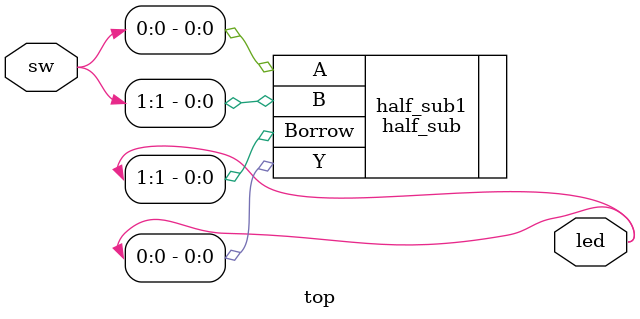
<source format=v>
module top(
    input [1:0]sw,
    output [1:0]led
);
    half_sub half_sub1(
        .A(sw[0]),
        .B(sw[1]),
        .Y(led[0]),
        .Borrow(led[1])
    );
    
    ones_compliment ones_compliment1(
        .A(sw[5:2]),
        .B(sw[9:6]),
        .Y(led[5:2])
    );
    
endmodule
</source>
